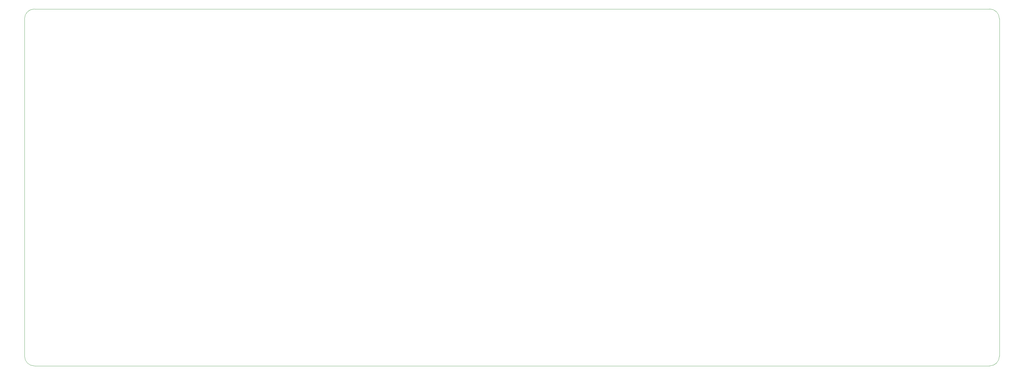
<source format=gm1>
G04 #@! TF.GenerationSoftware,KiCad,Pcbnew,6.0.5*
G04 #@! TF.CreationDate,2022-06-11T02:34:19+02:00*
G04 #@! TF.ProjectId,ELController,454c436f-6e74-4726-9f6c-6c65722e6b69,rev?*
G04 #@! TF.SameCoordinates,Original*
G04 #@! TF.FileFunction,Profile,NP*
%FSLAX46Y46*%
G04 Gerber Fmt 4.6, Leading zero omitted, Abs format (unit mm)*
G04 Created by KiCad (PCBNEW 6.0.5) date 2022-06-11 02:34:19*
%MOMM*%
%LPD*%
G01*
G04 APERTURE LIST*
G04 #@! TA.AperFunction,Profile*
%ADD10C,0.100000*%
G04 #@! TD*
G04 APERTURE END LIST*
D10*
X312000000Y-119000000D02*
X312000000Y-15000000D01*
X312000000Y-15000000D02*
G75*
G03*
X309000000Y-12000000I-3000000J0D01*
G01*
X309000000Y-122000000D02*
G75*
G03*
X312000000Y-119000000I0J3000000D01*
G01*
X12000000Y-119000000D02*
G75*
G03*
X15000000Y-122000000I3000000J0D01*
G01*
X12000000Y-15000000D02*
X12000000Y-119000000D01*
X15000000Y-12000000D02*
G75*
G03*
X12000000Y-15000000I0J-3000000D01*
G01*
X309000000Y-12000000D02*
X15000000Y-12000000D01*
X15000000Y-122000000D02*
X309000000Y-122000000D01*
M02*

</source>
